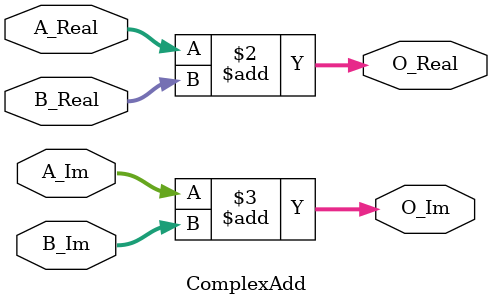
<source format=sv>
	
module ComplexAdd(
  input signed [15:0] A_Real,
  input signed [15:0] B_Real,
  input signed [15:0] A_Im,
  input signed [15:0] B_Im,
  output reg signed [15:0] O_Real,
  output reg signed [15:0] O_Im
);
  
// Using Q4.12 Format
  always @*
  begin
    O_Real <= A_Real + B_Real;
    O_Im <= A_Im + B_Im;
  end

endmodule
</source>
